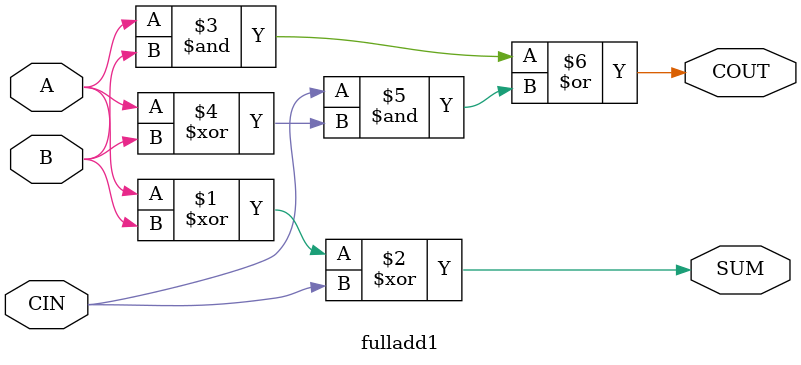
<source format=sv>

module fulladd1 (
    input A,
    input B,
    input CIN,
    output SUM,
    output COUT 
);

    assign SUM = A ^ B ^ CIN;
  	assign COUT = (A & B) | (CIN & (A ^ B));

endmodule
</source>
